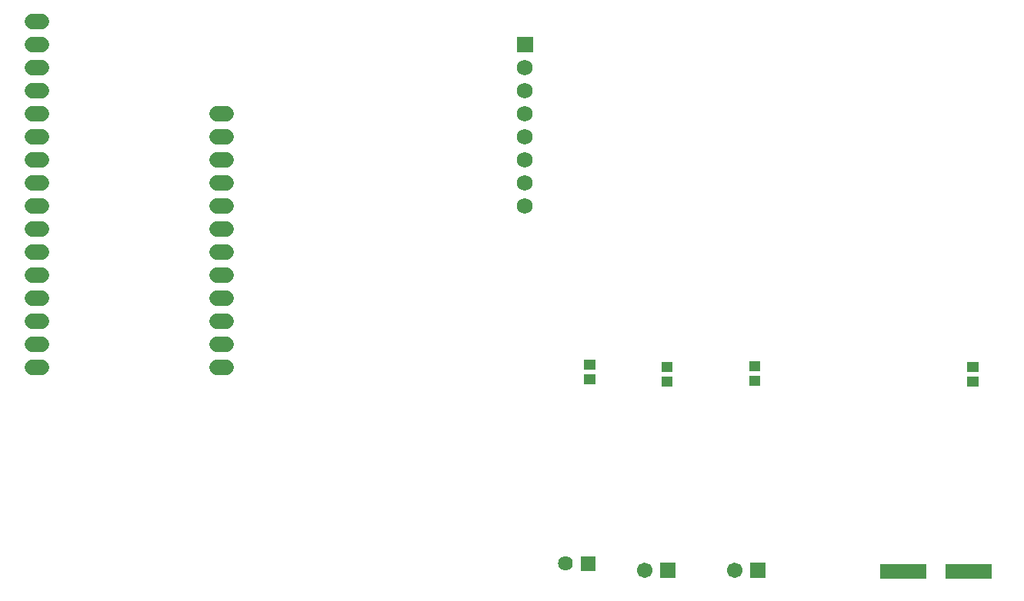
<source format=gts>
G04 Layer: TopSolderMaskLayer*
G04 EasyEDA v6.4.19.5, 2021-05-20T10:28:44+07:00*
G04 27e653f2f64e4e94b3cc02e3c5d75013,8de9fd2be1ea41df81dd73b3f080cf7e,10*
G04 Gerber Generator version 0.2*
G04 Scale: 100 percent, Rotated: No, Reflected: No *
G04 Dimensions in millimeters *
G04 leading zeros omitted , absolute positions ,4 integer and 5 decimal *
%FSLAX45Y45*%
%MOMM*%

%ADD19C,1.7272*%
%ADD22C,1.7016*%
%ADD24C,1.6256*%

%LPD*%
D19*
X1790700Y7569200D02*
G01*
X1892300Y7569200D01*
X1790700Y7315200D02*
G01*
X1892300Y7315200D01*
X1790700Y7061200D02*
G01*
X1892300Y7061200D01*
X1790700Y6807200D02*
G01*
X1892300Y6807200D01*
X1790700Y6553200D02*
G01*
X1892300Y6553200D01*
X1790700Y6299200D02*
G01*
X1892300Y6299200D01*
X1790700Y6045200D02*
G01*
X1892300Y6045200D01*
X1790700Y5791200D02*
G01*
X1892300Y5791200D01*
X1790700Y5537200D02*
G01*
X1892300Y5537200D01*
X1790700Y5283200D02*
G01*
X1892300Y5283200D01*
X1790700Y5029200D02*
G01*
X1892300Y5029200D01*
X1790700Y4775200D02*
G01*
X1892300Y4775200D01*
X1790700Y4521200D02*
G01*
X1892300Y4521200D01*
X1790700Y4267200D02*
G01*
X1892300Y4267200D01*
X1790700Y4013200D02*
G01*
X1892300Y4013200D01*
X1790700Y3759200D02*
G01*
X1892300Y3759200D01*
X3822700Y3759200D02*
G01*
X3924300Y3759200D01*
X3822700Y4013200D02*
G01*
X3924300Y4013200D01*
X3822700Y4267200D02*
G01*
X3924300Y4267200D01*
X3822700Y4521200D02*
G01*
X3924300Y4521200D01*
X3822700Y4775200D02*
G01*
X3924300Y4775200D01*
X3822700Y5029200D02*
G01*
X3924300Y5029200D01*
X3822700Y5283200D02*
G01*
X3924300Y5283200D01*
X3822700Y5537200D02*
G01*
X3924300Y5537200D01*
X3822700Y5791200D02*
G01*
X3924300Y5791200D01*
X3822700Y6045200D02*
G01*
X3924300Y6045200D01*
X3822700Y6299200D02*
G01*
X3924300Y6299200D01*
X3822700Y6553200D02*
G01*
X3924300Y6553200D01*
G36*
X11119611Y1431289D02*
G01*
X11119611Y1591310D01*
X11629897Y1591310D01*
X11629897Y1431289D01*
G37*
G36*
X11839702Y1431289D02*
G01*
X11839702Y1591310D01*
X12349988Y1591310D01*
X12349988Y1431289D01*
G37*
G36*
X8703309Y1438910D02*
G01*
X8703309Y1609089D01*
X8873490Y1609089D01*
X8873490Y1438910D01*
G37*
D22*
G01*
X8534400Y1524000D03*
G36*
X7830820Y1518920D02*
G01*
X7830820Y1681479D01*
X7993379Y1681479D01*
X7993379Y1518920D01*
G37*
D24*
G01*
X7658100Y1600200D03*
G36*
X9680702Y3560571D02*
G01*
X9680702Y3670807D01*
X9801097Y3670807D01*
X9801097Y3560571D01*
G37*
G36*
X9680702Y3720592D02*
G01*
X9680702Y3830828D01*
X9801097Y3830828D01*
X9801097Y3720592D01*
G37*
G36*
X8715502Y3547871D02*
G01*
X8715502Y3658107D01*
X8835897Y3658107D01*
X8835897Y3547871D01*
G37*
G36*
X8715502Y3707892D02*
G01*
X8715502Y3818128D01*
X8835897Y3818128D01*
X8835897Y3707892D01*
G37*
G36*
X7864602Y3573271D02*
G01*
X7864602Y3683507D01*
X7984997Y3683507D01*
X7984997Y3573271D01*
G37*
G36*
X7864602Y3733292D02*
G01*
X7864602Y3843528D01*
X7984997Y3843528D01*
X7984997Y3733292D01*
G37*
G36*
X12081002Y3547871D02*
G01*
X12081002Y3658107D01*
X12201397Y3658107D01*
X12201397Y3547871D01*
G37*
G36*
X12081002Y3707892D02*
G01*
X12081002Y3818128D01*
X12201397Y3818128D01*
X12201397Y3707892D01*
G37*
G36*
X9693909Y1438910D02*
G01*
X9693909Y1609089D01*
X9864090Y1609089D01*
X9864090Y1438910D01*
G37*
D22*
G01*
X9525000Y1524000D03*
G36*
X7127240Y7228839D02*
G01*
X7127240Y7401560D01*
X7299959Y7401560D01*
X7299959Y7228839D01*
G37*
D19*
G01*
X7213600Y7061200D03*
G01*
X7213600Y6807200D03*
G01*
X7213600Y6553200D03*
G01*
X7213600Y6299200D03*
G01*
X7213600Y6045200D03*
G01*
X7213600Y5791200D03*
G01*
X7213600Y5537200D03*
M02*

</source>
